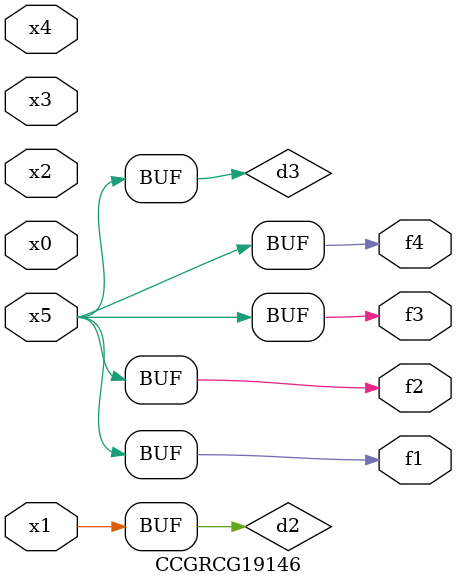
<source format=v>
module CCGRCG19146(
	input x0, x1, x2, x3, x4, x5,
	output f1, f2, f3, f4
);

	wire d1, d2, d3;

	not (d1, x5);
	or (d2, x1);
	xnor (d3, d1);
	assign f1 = d3;
	assign f2 = d3;
	assign f3 = d3;
	assign f4 = d3;
endmodule

</source>
